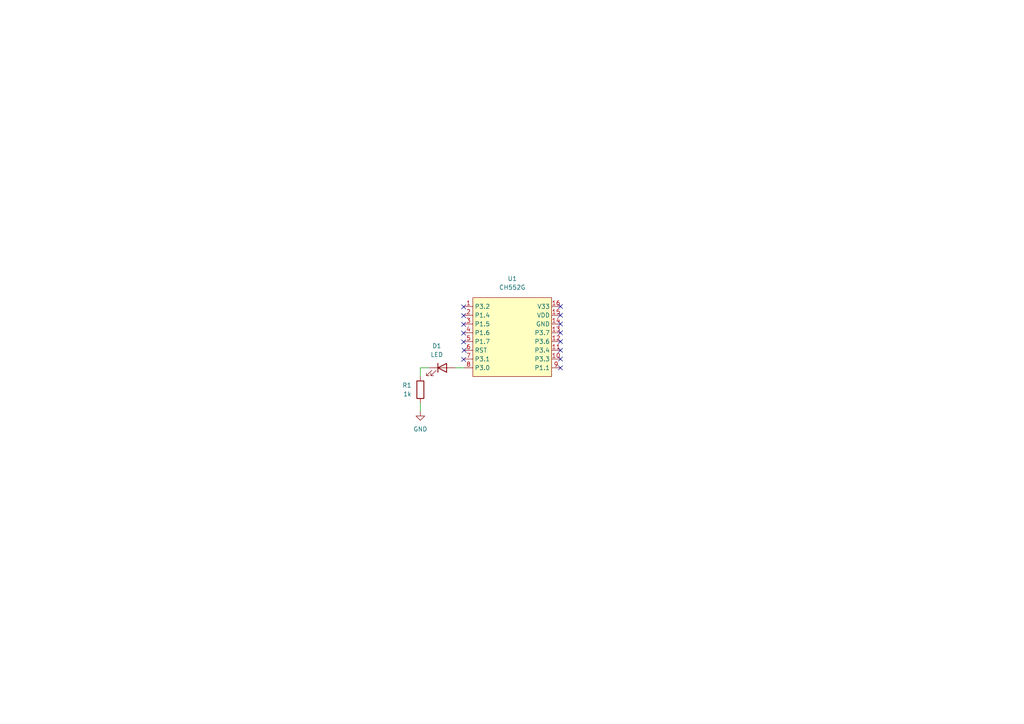
<source format=kicad_sch>
(kicad_sch (version 20230121) (generator eeschema)
  (paper "A4")
  (title_block (title "CH552G Minimal Circuit") (date "2022-10-30") (rev "1.0") (company "Nicola Strappazzon C"))
  (lib_symbols
    (symbol "Device:LED" (pin_numbers hide) (pin_names (offset 1.016) hide)
      (property "Reference" "D" (at 0 2.54 0))
      (property "Value" "LED" (at 0 -2.54 0))
      (symbol "LED_0_1"
        (polyline (pts (xy -1.27 -1.27) (xy -1.27 1.27)) (stroke (width 0.254)))
        (polyline (pts (xy -1.27 0) (xy 1.27 0)))
        (polyline (pts (xy 1.27 -1.27) (xy 1.27 1.27) (xy -1.27 0) (xy 1.27 -1.27)) (stroke (width 0.254)))
        (polyline (pts (xy -3.048 -0.762) (xy -4.572 -2.286) (xy -3.81 -2.286) (xy -4.572 -2.286) (xy -4.572 -1.524)))
        (polyline (pts (xy -1.778 -0.762) (xy -3.302 -2.286) (xy -2.54 -2.286) (xy -3.302 -2.286) (xy -3.302 -1.524)))
      )
      (symbol "LED_1_1"
        (pin passive line (at -3.81 0 0) (length 2.54) (name "K") (number "1"))
        (pin passive line (at 3.81 0 180) (length 2.54) (name "A") (number "2"))
      )
    )
    (symbol "Device:R" (pin_numbers hide) (pin_names (offset 0))
      (property "Reference" "R" (at 2.032 0 90))
      (property "Value" "R" (at 0 0 90))
      (symbol "R_0_1"
        (rectangle (start -1.016 -2.54) (end 1.016 2.54) (stroke (width 0.254)))
      )
      (symbol "R_1_1"
        (pin passive line (at 0 3.81 270) (length 1.27) (name "~") (number "1"))
        (pin passive line (at 0 -3.81 90) (length 1.27) (name "~") (number "2"))
      )
    )
    (symbol "library:CH552G"
      (property "Reference" "U" (at 0 16.51 0))
      (property "Value" "CH552G" (at 0 13.97 0))
      (symbol "CH552G_0_1"
        (rectangle (start -11.43 11.43) (end 11.43 -11.43) (fill (type background)))
      )
      (symbol "CH552G_1_1"
        (pin passive line (at -13.97 8.89 0) (length 2.54) (name "P3.2") (number "1"))
        (pin passive line (at 13.97 -6.35 180) (length 2.54) (name "P3.3") (number "10"))
        (pin passive line (at 13.97 -3.81 180) (length 2.54) (name "P3.4") (number "11"))
        (pin passive line (at 13.97 -1.27 180) (length 2.54) (name "P3.6") (number "12"))
        (pin passive line (at 13.97 1.27 180) (length 2.54) (name "P3.7") (number "13"))
        (pin power_in line (at 13.97 3.81 180) (length 2.54) (name "GND") (number "14"))
        (pin power_in line (at 13.97 6.35 180) (length 2.54) (name "VDD") (number "15"))
        (pin power_out line (at 13.97 8.89 180) (length 2.54) (name "V33") (number "16"))
        (pin passive line (at -13.97 6.35 0) (length 2.54) (name "P1.4") (number "2"))
        (pin passive line (at -13.97 3.81 0) (length 2.54) (name "P1.5") (number "3"))
        (pin passive line (at -13.97 1.27 0) (length 2.54) (name "P1.6") (number "4"))
        (pin passive line (at -13.97 -1.27 0) (length 2.54) (name "P1.7") (number "5"))
        (pin passive line (at -13.97 -3.81 0) (length 2.54) (name "RST") (number "6"))
        (pin passive line (at -13.97 -6.35 0) (length 2.54) (name "P3.1") (number "7"))
        (pin passive line (at -13.97 -8.89 0) (length 2.54) (name "P3.0") (number "8"))
        (pin passive line (at 13.97 -8.89 180) (length 2.54) (name "P1.1") (number "9"))
      )
    )
    (symbol "power:GND" (power) (pin_names (offset 0))
      (property "Value" "GND" (at 0 -3.81 0))
      (symbol "GND_0_1"
        (polyline (pts (xy 0 0) (xy 0 -1.27) (xy 1.27 -1.27) (xy 0 -2.54) (xy -1.27 -1.27) (xy 0 -1.27)))
      )
      (symbol "GND_1_1"
        (pin power_in line (at 0 0 270) (length 0) hide (name "GND") (number "1"))
      )
    )
  )
  (no_connect (at 162.56 93.98))
  (no_connect (at 162.56 104.14))
  (no_connect (at 162.56 99.06))
  (no_connect (at 162.56 101.6))
  (no_connect (at 162.56 88.9))
  (no_connect (at 134.4676 104.2416))
  (no_connect (at 134.4676 94.0816))
  (no_connect (at 134.4676 96.6216))
  (no_connect (at 134.4676 99.1616))
  (no_connect (at 134.4676 91.5416))
  (no_connect (at 134.4676 89.0016))
  (no_connect (at 134.62 101.6))
  (no_connect (at 162.56 91.44))
  (no_connect (at 162.56 106.68))
  (no_connect (at 162.56 96.52))
  (wire (pts (xy 124.46 106.68) (xy 121.92 106.68)))
  (wire (pts (xy 121.92 116.84) (xy 121.92 119.38)))
  (wire (pts (xy 132.08 106.68) (xy 134.62 106.68)))
  (wire (pts (xy 121.92 106.68) (xy 121.92 109.22)))
  (symbol (lib_id "power:GND") (at 121.92 119.38 0) (unit 1)
    (property "Reference" "#PWR02" (effects hide))
    (property "Value" "GND" (at 121.92 124.46 0))
  )
  (symbol (lib_id "Device:LED") (at 128.27 106.68 0) (unit 1)
    (property "Reference" "D1" (at 126.6825 100.33 0))
    (property "Value" "LED" (at 126.6825 102.87 0))
  )
  (symbol (lib_id "Device:R") (at 121.92 113.03 0) (mirror x) (unit 1)
    (property "Reference" "R1" (at 119.38 111.76 0) (effects (justify right)))
    (property "Value" "1k" (at 119.38 114.3 0) (effects (justify right)))
  )
  (symbol (lib_id "library:CH552G") (at 148.59 97.79 0) (unit 1)
    (property "Reference" "U1" (at 148.59 80.8228 0))
    (property "Value" "CH552G" (at 148.59 83.3628 0))
    (property "Footprint" "Package_SO:SOIC-16W_5.3x10.2mm_P1.27mm" (effects hide))
  )
)
</source>
